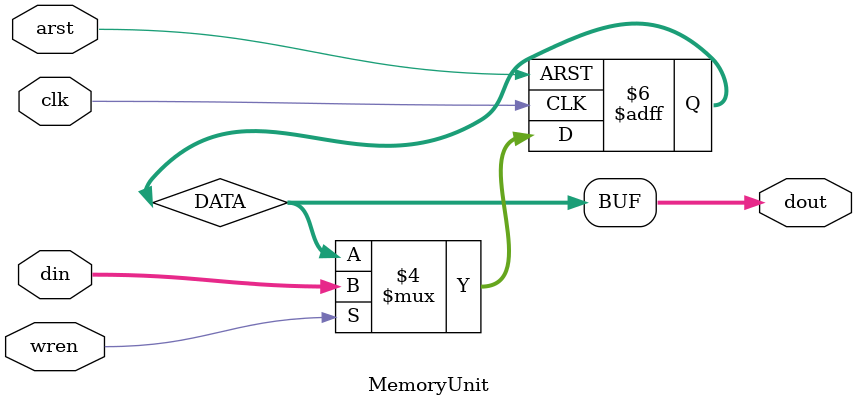
<source format=v>
/*--  *******************************************************
--  Computer Architecture Course, Laboratory Sources 
--  Amirkabir University of Technology (Tehran Polytechnic)
--  Department of Computer Engineering (CE-AUT)
--  https://ce[dot]aut[dot]ac[dot]ir
--  *******************************************************
--  All Rights reserved (C) 2019-2020
--  *******************************************************
--  Student ID  : 
--  Student Name: 
--  Student Mail: 
--  *******************************************************
--  Additional Comments:
--
--*/

/*-----------------------------------------------------------
---  Module Name: Memory Unit
---  Description: Module6:
-----------------------------------------------------------*/
`timescale 1 ns/1 ns

module MemoryUnit (
	input         arst , // async  reset
	input         clk  , // clock  posedge
	input         wren , // write  enabledata
	input  [34:0] din  , // input  data
	output [34:0] dout   // output data
);
    
	/* write your code here */
	reg [34:0]DATA = 0;
	assign dout = DATA;
	always @(posedge clk or posedge arst) begin
		if(arst) begin
			DATA = 0;
		end
		else begin
			if(wren) begin
				DATA = din;
			end
		end
	end
	/* write your code here */

endmodule

</source>
